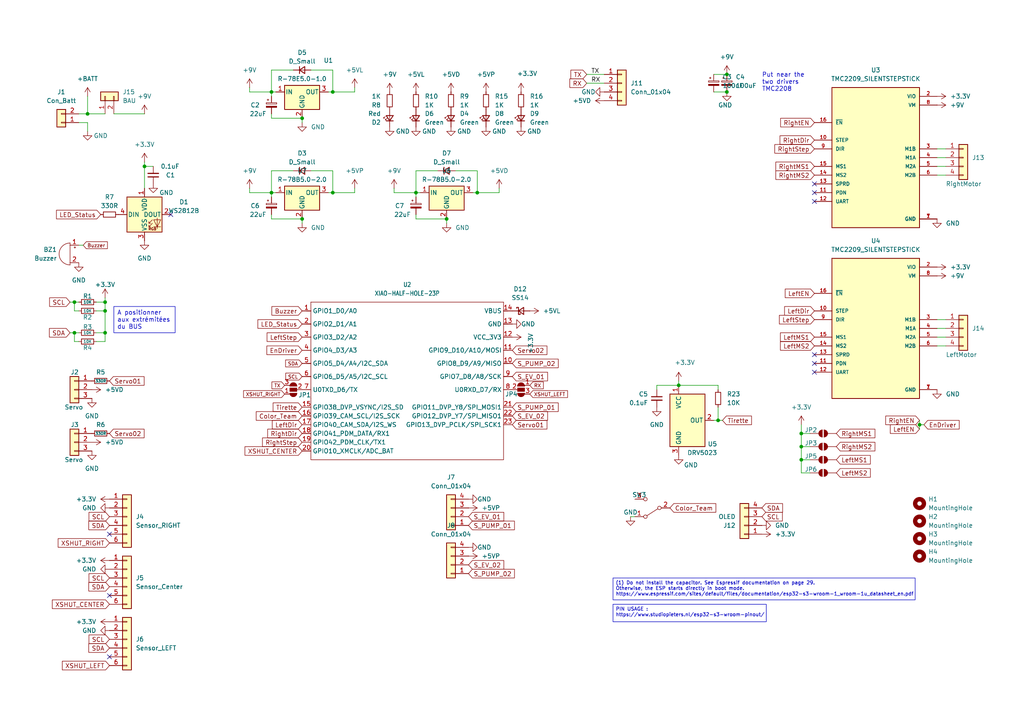
<source format=kicad_sch>
(kicad_sch (version 20250114) (generator "eeschema") (generator_version "9.0")
  (paper "A4")
  (text "Put near the \ntwo drivers\nTMC2208" (at 220.98 26.67 0) (effects (font (size 1.27 1.27)) (justify left bottom)))
  (text_box "PIN USAGE : https://www.studiopieters.nl/esp32-s3-wroom-pinout/" (at 177.8 175.26 0) (size 44.45 5.08) (margins 0.75 0.75 0.75 0.75) (effects (font (size 1 1)) (justify left top)))
  (text_box "A positionner aux extrémitées du BUS" (at 33.02 88.9 0) (size 17.78 7.62) (margins 0.9525 0.9525 0.9525 0.9525) (effects (font (size 1.27 1.27)) (justify left top)))
  (text_box "(1) Do not install the capacitor. See Espressif documentation on page 29.\nOtherwise, the ESP starts directly in boot mode.\nhttps://www.espressif.com/sites/default/files/documentation/esp32-s3-wroom-1_wroom-1u_datasheet_en.pdf" (at 177.8 167.64 0) (size 87.63 6.35) (margins 0.75 0.75 0.75 0.75) (effects (font (size 1 1)) (justify left top)))
  (junction (at 21.59 87.63))
  (junction (at 138.43 55.88))
  (junction (at 78.74 26.67))
  (junction (at 30.48 87.63))
  (junction (at 96.52 26.67))
  (junction (at 129.54 63.5))
  (junction (at 210.82 21.59))
  (junction (at 25.4 33.02))
  (junction (at 120.65 55.88))
  (junction (at 41.91 48.26))
  (junction (at 78.74 55.88))
  (junction (at 208.28 121.92))
  (junction (at 30.48 90.17))
  (junction (at 87.63 63.5))
  (junction (at 210.82 26.67))
  (junction (at 87.63 34.29))
  (junction (at 96.52 55.88))
  (junction (at 232.41 125.73))
  (junction (at 21.59 96.52))
  (junction (at 196.85 111.76))
  (junction (at 232.41 133.35))
  (junction (at 30.48 96.52))
  (junction (at 266.7 123.19))
  (junction (at 232.41 129.54))
  (no_connect (at 236.22 105.41))
  (no_connect (at 236.22 58.42))
  (no_connect (at 31.75 190.5))
  (no_connect (at 236.22 55.88))
  (no_connect (at 31.75 154.94))
  (no_connect (at 236.22 53.34))
  (no_connect (at 49.53 62.23))
  (no_connect (at 236.22 107.95))
  (no_connect (at 31.75 172.72))
  (no_connect (at 236.22 102.87))
  (wire (pts (xy 96.52 20.32) (xy 96.52 26.67)))
  (wire (pts (xy 30.48 87.63) (xy 30.48 90.17)))
  (wire (pts (xy 114.3 55.88) (xy 120.65 55.88)))
  (wire (pts (xy 266.7 123.19) (xy 266.7 124.46)))
  (wire (pts (xy 144.78 55.88) (xy 144.78 54.61)))
  (wire (pts (xy 232.41 125.73) (xy 234.95 125.73)))
  (wire (pts (xy 90.17 20.32) (xy 96.52 20.32)))
  (wire (pts (xy 102.87 55.88) (xy 102.87 54.61)))
  (wire (pts (xy 196.85 110.49) (xy 196.85 111.76)))
  (wire (pts (xy 208.28 113.03) (xy 208.28 111.76)))
  (wire (pts (xy 138.43 49.53) (xy 138.43 55.88)))
  (wire (pts (xy 138.43 55.88) (xy 144.78 55.88)))
  (wire (pts (xy 232.41 133.35) (xy 232.41 137.16)))
  (wire (pts (xy 21.59 90.17) (xy 21.59 87.63)))
  (wire (pts (xy 22.86 99.06) (xy 21.59 99.06)))
  (wire (pts (xy 78.74 55.88) (xy 78.74 57.15)))
  (wire (pts (xy 72.39 54.61) (xy 72.39 55.88)))
  (wire (pts (xy 78.74 55.88) (xy 80.01 55.88)))
  (wire (pts (xy 207.01 26.67) (xy 210.82 26.67)))
  (wire (pts (xy 78.74 26.67) (xy 78.74 27.94)))
  (wire (pts (xy 41.91 46.99) (xy 41.91 48.26)))
  (wire (pts (xy 271.78 95.25) (xy 274.32 95.25)))
  (wire (pts (xy 85.09 20.32) (xy 78.74 20.32)))
  (wire (pts (xy 207.01 21.59) (xy 210.82 21.59)))
  (wire (pts (xy 22.86 71.12) (xy 24.13 71.12)))
  (wire (pts (xy 271.78 45.72) (xy 274.32 45.72)))
  (wire (pts (xy 271.78 92.71) (xy 274.32 92.71)))
  (wire (pts (xy 41.91 48.26) (xy 44.45 48.26)))
  (wire (pts (xy 25.4 33.02) (xy 30.48 33.02)))
  (wire (pts (xy 182.88 149.86) (xy 184.15 149.86)))
  (wire (pts (xy 96.52 55.88) (xy 102.87 55.88)))
  (wire (pts (xy 22.86 90.17) (xy 21.59 90.17)))
  (wire (pts (xy 114.3 54.61) (xy 114.3 55.88)))
  (wire (pts (xy 20.32 96.52) (xy 21.59 96.52)))
  (wire (pts (xy 234.95 129.54) (xy 232.41 129.54)))
  (wire (pts (xy 127 49.53) (xy 120.65 49.53)))
  (wire (pts (xy 232.41 129.54) (xy 232.41 125.73)))
  (wire (pts (xy 30.48 90.17) (xy 30.48 96.52)))
  (wire (pts (xy 209.55 121.92) (xy 208.28 121.92)))
  (wire (pts (xy 30.48 99.06) (xy 30.48 96.52)))
  (wire (pts (xy 208.28 118.11) (xy 208.28 121.92)))
  (wire (pts (xy 72.39 25.4) (xy 72.39 26.67)))
  (wire (pts (xy 87.63 63.5) (xy 87.63 64.77)))
  (wire (pts (xy 120.65 55.88) (xy 121.92 55.88)))
  (wire (pts (xy 78.74 62.23) (xy 78.74 63.5)))
  (wire (pts (xy 132.08 49.53) (xy 138.43 49.53)))
  (wire (pts (xy 266.7 123.19) (xy 267.97 123.19)))
  (wire (pts (xy 96.52 26.67) (xy 102.87 26.67)))
  (wire (pts (xy 22.86 33.02) (xy 25.4 33.02)))
  (wire (pts (xy 232.41 133.35) (xy 234.95 133.35)))
  (wire (pts (xy 41.91 48.26) (xy 41.91 54.61)))
  (wire (pts (xy 90.17 49.53) (xy 96.52 49.53)))
  (wire (pts (xy 271.78 97.79) (xy 274.32 97.79)))
  (wire (pts (xy 25.4 35.56) (xy 25.4 38.1)))
  (wire (pts (xy 271.78 100.33) (xy 274.32 100.33)))
  (wire (pts (xy 102.87 26.67) (xy 102.87 25.4)))
  (wire (pts (xy 78.74 49.53) (xy 78.74 55.88)))
  (wire (pts (xy 27.94 90.17) (xy 30.48 90.17)))
  (wire (pts (xy 170.18 21.59) (xy 175.26 21.59)))
  (wire (pts (xy 27.94 96.52) (xy 30.48 96.52)))
  (wire (pts (xy 87.63 34.29) (xy 87.63 35.56)))
  (wire (pts (xy 25.4 35.56) (xy 22.86 35.56)))
  (wire (pts (xy 170.18 24.13) (xy 175.26 24.13)))
  (wire (pts (xy 95.25 26.67) (xy 96.52 26.67)))
  (wire (pts (xy 72.39 55.88) (xy 78.74 55.88)))
  (wire (pts (xy 232.41 125.73) (xy 232.41 123.19)))
  (wire (pts (xy 30.48 86.36) (xy 30.48 87.63)))
  (wire (pts (xy 232.41 129.54) (xy 232.41 133.35)))
  (wire (pts (xy 234.95 137.16) (xy 232.41 137.16)))
  (wire (pts (xy 120.65 63.5) (xy 129.54 63.5)))
  (wire (pts (xy 78.74 34.29) (xy 87.63 34.29)))
  (wire (pts (xy 190.5 111.76) (xy 190.5 113.03)))
  (wire (pts (xy 120.65 62.23) (xy 120.65 63.5)))
  (wire (pts (xy 271.78 48.26) (xy 274.32 48.26)))
  (wire (pts (xy 266.7 121.92) (xy 266.7 123.19)))
  (wire (pts (xy 21.59 96.52) (xy 22.86 96.52)))
  (wire (pts (xy 72.39 26.67) (xy 78.74 26.67)))
  (wire (pts (xy 96.52 49.53) (xy 96.52 55.88)))
  (wire (pts (xy 190.5 111.76) (xy 196.85 111.76)))
  (wire (pts (xy 95.25 55.88) (xy 96.52 55.88)))
  (wire (pts (xy 78.74 33.02) (xy 78.74 34.29)))
  (wire (pts (xy 25.4 27.94) (xy 25.4 33.02)))
  (wire (pts (xy 120.65 49.53) (xy 120.65 55.88)))
  (wire (pts (xy 21.59 99.06) (xy 21.59 96.52)))
  (wire (pts (xy 20.32 87.63) (xy 21.59 87.63)))
  (wire (pts (xy 21.59 87.63) (xy 22.86 87.63)))
  (wire (pts (xy 129.54 63.5) (xy 129.54 64.77)))
  (wire (pts (xy 85.09 49.53) (xy 78.74 49.53)))
  (wire (pts (xy 78.74 20.32) (xy 78.74 26.67)))
  (wire (pts (xy 196.85 111.76) (xy 208.28 111.76)))
  (wire (pts (xy 27.94 87.63) (xy 30.48 87.63)))
  (wire (pts (xy 120.65 55.88) (xy 120.65 57.15)))
  (wire (pts (xy 208.28 121.92) (xy 207.01 121.92)))
  (wire (pts (xy 78.74 63.5) (xy 87.63 63.5)))
  (wire (pts (xy 271.78 50.8) (xy 274.32 50.8)))
  (wire (pts (xy 271.78 43.18) (xy 274.32 43.18)))
  (wire (pts (xy 27.94 99.06) (xy 30.48 99.06)))
  (wire (pts (xy 41.91 33.02) (xy 33.02 33.02)))
  (wire (pts (xy 78.74 26.67) (xy 80.01 26.67)))
  (wire (pts (xy 137.16 55.88) (xy 138.43 55.88)))
  (label "TX" (at 171.45 21.59 0))
  (label "RX" (at 171.45 24.13 0))
  (global_label "EnDriver" (shape input) (at 87.63 101.6 180) (property "Intersheetrefs" "${INTERSHEET_REFS}" (effects (hide yes))))
  (global_label "LeftEN" (shape input) (at 266.7 124.46 180) (property "Intersheetrefs" "${INTERSHEET_REFS}" (effects (hide yes))))
  (global_label "S_PUMP_02" (shape input) (at 135.89 166.37 0) (property "Intersheetrefs" "${INTERSHEET_REFS}" (effects (hide yes))))
  (global_label "SDA" (shape input) (at 220.98 147.32 0) (property "Intersheetrefs" "${INTERSHEET_REFS}" (effects (hide yes))))
  (global_label "Servo02" (shape input) (at 148.59 101.6 0) (property "Intersheetrefs" "${INTERSHEET_REFS}" (effects (hide yes))))
  (global_label "Servo02" (shape input) (at 31.75 125.73 0) (property "Intersheetrefs" "${INTERSHEET_REFS}" (effects (hide yes))))
  (global_label "SDA" (shape input) (at 20.32 96.52 180) (property "Intersheetrefs" "${INTERSHEET_REFS}" (effects (hide yes))))
  (global_label "LED_Status" (shape input) (at 29.21 62.23 180) (property "Intersheetrefs" "${INTERSHEET_REFS}" (effects (hide yes))))
  (global_label "RightMS1" (shape input) (at 236.22 48.26 180) (property "Intersheetrefs" "${INTERSHEET_REFS}" (effects (hide yes))))
  (global_label "LeftEN" (shape input) (at 236.22 85.09 180) (property "Intersheetrefs" "${INTERSHEET_REFS}" (effects (hide yes))))
  (global_label "S_PUMP_01" (shape input) (at 148.59 118.11 0) (property "Intersheetrefs" "${INTERSHEET_REFS}" (effects (hide yes))))
  (global_label "LeftDir" (shape input) (at 236.22 90.17 180) (property "Intersheetrefs" "${INTERSHEET_REFS}" (effects (hide yes))))
  (global_label "S_EV_02" (shape input) (at 148.59 120.65 0) (property "Intersheetrefs" "${INTERSHEET_REFS}" (effects (hide yes))))
  (global_label "Servo01" (shape input) (at 31.75 110.49 0) (property "Intersheetrefs" "${INTERSHEET_REFS}" (effects (hide yes))))
  (global_label "TX" (shape input) (at 82.55 111.76 180) (effects (font (size 1.016 1.016))) (property "Intersheetrefs" "${INTERSHEET_REFS}" (effects (hide yes))))
  (global_label "LeftMS2" (shape input) (at 236.22 100.33 180) (property "Intersheetrefs" "${INTERSHEET_REFS}" (effects (hide yes))))
  (global_label "SCL" (shape input) (at 20.32 87.63 180) (property "Intersheetrefs" "${INTERSHEET_REFS}" (effects (hide yes))))
  (global_label "RightEN" (shape input) (at 236.22 35.56 180) (property "Intersheetrefs" "${INTERSHEET_REFS}" (effects (hide yes))))
  (global_label "SCL" (shape input) (at 31.75 167.64 180) (property "Intersheetrefs" "${INTERSHEET_REFS}" (effects (hide yes))))
  (global_label "RightMS1" (shape input) (at 242.57 125.73 0) (property "Intersheetrefs" "${INTERSHEET_REFS}" (effects (hide yes))))
  (global_label "SCL" (shape input) (at 87.63 109.22 180) (effects (font (size 1.016 1.016))) (property "Intersheetrefs" "${INTERSHEET_REFS}" (effects (hide yes))))
  (global_label "S_PUMP_02" (shape input) (at 148.59 105.41 0) (property "Intersheetrefs" "${INTERSHEET_REFS}" (effects (hide yes))))
  (global_label "SDA" (shape input) (at 31.75 187.96 180) (property "Intersheetrefs" "${INTERSHEET_REFS}" (effects (hide yes))))
  (global_label "Tirette" (shape input) (at 87.63 118.11 180) (property "Intersheetrefs" "${INTERSHEET_REFS}" (effects (hide yes))))
  (global_label "RightMS2" (shape input) (at 242.57 129.54 0) (property "Intersheetrefs" "${INTERSHEET_REFS}" (effects (hide yes))))
  (global_label "EnDriver" (shape input) (at 267.97 123.19 0) (property "Intersheetrefs" "${INTERSHEET_REFS}" (effects (hide yes))))
  (global_label "XSHUT_RIGHT" (shape input) (at 82.55 114.3 180) (effects (font (size 1.016 1.016))) (property "Intersheetrefs" "${INTERSHEET_REFS}" (effects (hide yes))))
  (global_label "XSHUT_LEFT" (shape input) (at 31.75 193.04 180) (property "Intersheetrefs" "${INTERSHEET_REFS}" (effects (hide yes))))
  (global_label "SDA" (shape input) (at 31.75 170.18 180) (property "Intersheetrefs" "${INTERSHEET_REFS}" (effects (hide yes))))
  (global_label "SCL" (shape input) (at 31.75 149.86 180) (property "Intersheetrefs" "${INTERSHEET_REFS}" (effects (hide yes))))
  (global_label "XSHUT_RIGHT" (shape input) (at 31.75 157.48 180) (property "Intersheetrefs" "${INTERSHEET_REFS}" (effects (hide yes))))
  (global_label "LeftStep" (shape input) (at 236.22 92.71 180) (property "Intersheetrefs" "${INTERSHEET_REFS}" (effects (hide yes))))
  (global_label "RX" (shape input) (at 153.67 111.76 0) (effects (font (size 1.016 1.016))) (property "Intersheetrefs" "${INTERSHEET_REFS}" (effects (hide yes))))
  (global_label "RightMS2" (shape input) (at 236.22 50.8 180) (property "Intersheetrefs" "${INTERSHEET_REFS}" (effects (hide yes))))
  (global_label "LeftMS1" (shape input) (at 242.57 133.35 0) (property "Intersheetrefs" "${INTERSHEET_REFS}" (effects (hide yes))))
  (global_label "RightEN" (shape input) (at 266.7 121.92 180) (property "Intersheetrefs" "${INTERSHEET_REFS}" (effects (hide yes))))
  (global_label "S_PUMP_01" (shape input) (at 135.89 152.4 0) (property "Intersheetrefs" "${INTERSHEET_REFS}" (effects (hide yes))))
  (global_label "LeftStep" (shape input) (at 87.63 97.79 180) (property "Intersheetrefs" "${INTERSHEET_REFS}" (effects (hide yes))))
  (global_label "LeftMS2" (shape input) (at 242.57 137.16 0) (property "Intersheetrefs" "${INTERSHEET_REFS}" (effects (hide yes))))
  (global_label "XSHUT_CENTER" (shape input) (at 87.63 130.81 180) (property "Intersheetrefs" "${INTERSHEET_REFS}" (effects (hide yes))))
  (global_label "SCL" (shape input) (at 220.98 149.86 0) (property "Intersheetrefs" "${INTERSHEET_REFS}" (effects (hide yes))))
  (global_label "RightStep" (shape input) (at 87.63 128.27 180) (property "Intersheetrefs" "${INTERSHEET_REFS}" (effects (hide yes))))
  (global_label "RightDir" (shape input) (at 87.63 125.73 180) (property "Intersheetrefs" "${INTERSHEET_REFS}" (effects (hide yes))))
  (global_label "Servo01" (shape input) (at 148.59 123.19 0) (property "Intersheetrefs" "${INTERSHEET_REFS}" (effects (hide yes))))
  (global_label "RightDir" (shape input) (at 236.22 40.64 180) (property "Intersheetrefs" "${INTERSHEET_REFS}" (effects (hide yes))))
  (global_label "LeftDir" (shape input) (at 87.63 123.19 180) (property "Intersheetrefs" "${INTERSHEET_REFS}" (effects (hide yes))))
  (global_label "XSHUT_LEFT" (shape input) (at 153.67 114.3 0) (effects (font (size 1.016 1.016))) (property "Intersheetrefs" "${INTERSHEET_REFS}" (effects (hide yes))))
  (global_label "Buzzer" (shape input) (at 87.63 90.17 180) (property "Intersheetrefs" "${INTERSHEET_REFS}" (effects (hide yes))))
  (global_label "SCL" (shape input) (at 31.75 185.42 180) (property "Intersheetrefs" "${INTERSHEET_REFS}" (effects (hide yes))))
  (global_label "LED_Status" (shape input) (at 87.63 93.98 180) (property "Intersheetrefs" "${INTERSHEET_REFS}" (effects (hide yes))))
  (global_label "S_EV_02" (shape input) (at 135.89 163.83 0) (property "Intersheetrefs" "${INTERSHEET_REFS}" (effects (hide yes))))
  (global_label "S_EV_01" (shape input) (at 135.89 149.86 0) (property "Intersheetrefs" "${INTERSHEET_REFS}" (effects (hide yes))))
  (global_label "Buzzer" (shape input) (at 24.13 71.12 0) (effects (font (size 1.016 1.016))) (property "Intersheetrefs" "${INTERSHEET_REFS}" (effects (hide yes))))
  (global_label "Tirette" (shape input) (at 209.55 121.92 0) (property "Intersheetrefs" "${INTERSHEET_REFS}" (effects (hide yes))))
  (global_label "Color_Team" (shape input) (at 87.63 120.65 180) (property "Intersheetrefs" "${INTERSHEET_REFS}" (effects (hide yes))))
  (global_label "RightStep" (shape input) (at 236.22 43.18 180) (property "Intersheetrefs" "${INTERSHEET_REFS}" (effects (hide yes))))
  (global_label "LeftMS1" (shape input) (at 236.22 97.79 180) (property "Intersheetrefs" "${INTERSHEET_REFS}" (effects (hide yes))))
  (global_label "S_EV_01" (shape input) (at 148.59 109.22 0) (property "Intersheetrefs" "${INTERSHEET_REFS}" (effects (hide yes))))
  (global_label "SDA" (shape input) (at 31.75 152.4 180) (property "Intersheetrefs" "${INTERSHEET_REFS}" (effects (hide yes))))
  (global_label "Color_Team" (shape input) (at 194.31 147.32 0) (property "Intersheetrefs" "${INTERSHEET_REFS}" (effects (hide yes))))
  (global_label "RX" (shape input) (at 170.18 24.13 180) (property "Intersheetrefs" "${INTERSHEET_REFS}" (effects (hide yes))))
  (global_label "XSHUT_CENTER" (shape input) (at 31.75 175.26 180) (property "Intersheetrefs" "${INTERSHEET_REFS}" (effects (hide yes))))
  (global_label "TX" (shape input) (at 170.18 21.59 180) (property "Intersheetrefs" "${INTERSHEET_REFS}" (effects (hide yes))))
  (global_label "SDA" (shape input) (at 87.63 105.41 180) (effects (font (size 1.016 1.016))) (property "Intersheetrefs" "${INTERSHEET_REFS}" (effects (hide yes))))
  (symbol (lib_id "Jumper:SolderJumper_3_Open") (at 151.13 113.03 270) (unit 1) (in_bom no)
    (property "Reference" "JP4" (at 148.336 114.3 90))
    (property "Value" "SolderJumper_3_Open" (effects (hide yes)))
    (property "Footprint" "Jumper:SolderJumper-3_P1.3mm_Open_RoundedPad1.0x1.5mm_NumberLabels" (effects (hide yes)))
    (property "Description" "Solder Jumper, 3-pole, open" (effects (hide yes)))
  )
  (symbol (lib_id "Mechanical:MountingHole") (at 266.7 146.05 0) (unit 1)
    (property "Reference" "H1" (at 269.24 144.78 0) (effects (justify left)))
    (property "Value" "MountingHole" (at 269.24 147.32 0) (effects (justify left)))
    (property "Footprint" "MountingHole:MountingHole_3.2mm_M3" (effects (hide yes)))
  )
  (symbol (lib_id "power:+5VP") (at 102.87 54.61 0) (unit 1)
    (property "Reference" "#PWR031" (effects (hide yes)))
    (property "Value" "+5VP" (at 102.87 49.53 0))
    (property "Description" "Power symbol creates a global label with name \"+5VP\"" (effects (hide yes)))
  )
  (symbol (lib_id "power:+3.3V") (at 271.78 27.94 270) (unit 1)
    (property "Reference" "#PWR055" (effects (hide yes)))
    (property "Value" "+3.3V" (at 275.59 27.9399 90) (effects (justify left)))
  )
  (symbol (lib_id "power:GND") (at 87.63 64.77 0) (unit 1)
    (property "Reference" "#PWR023" (effects (hide yes)))
    (property "Value" "GND" (at 90.17 66.0399 0) (effects (justify left)))
  )
  (symbol (lib_id "power:GND") (at 41.91 69.85 0) (unit 1)
    (property "Reference" "#PWR017" (effects (hide yes)))
    (property "Value" "GND" (at 41.91 74.93 0))
  )
  (symbol (lib_id "power:GND") (at 135.89 144.78 90) (unit 1)
    (property "Reference" "#PWR045" (effects (hide yes)))
    (property "Value" "GND" (at 138.43 144.78 90) (effects (justify right)))
  )
  (symbol (lib_id "power:+3.3V") (at 148.59 97.79 270) (unit 1)
    (property "Reference" "#PWR039" (effects (hide yes)))
    (property "Value" "+3.3V" (at 153.924 99.568 0))
  )
  (symbol (lib_id "power:GND") (at 271.78 63.5 0) (unit 1)
    (property "Reference" "#PWR056" (effects (hide yes)))
    (property "Value" "GND" (at 274.32 64.7699 0) (effects (justify left)))
  )
  (symbol (lib_id "Connector_Generic:Conn_01x02") (at 17.78 35.56 180) (unit 1)
    (property "Reference" "J1" (at 17.78 26.67 0))
    (property "Value" "Con_Batt" (at 17.78 29.21 0))
    (property "Footprint" "Connector_Molex:Molex_KK-254_AE-6410-02A_1x02_P2.54mm_Vertical" (effects (hide yes)))
  )
  (symbol (lib_id "Converter_DCDC:R-78B5.0-2.0") (at 129.54 55.88 0) (unit 1)
    (property "Reference" "U6" (at 129.54 49.53 0))
    (property "Value" "R-78B5.0-2.0" (at 129.54 52.07 0))
    (property "Footprint" "Converter_DCDC:Converter_DCDC_RECOM_R-78B-2.0_THT" (effects (hide yes)))
    (property "Datasheet" "https://www.recom-power.com/pdf/Innoline/R-78Bxx-2.0.pdf" (effects (hide yes)))
    (property "Description" "2A Step-Down DC/DC-Regulator, 6.5-32V input, 5.0V fixed Output Voltage, LM78xx replacement, -40°C to +85°C, SIP3" (effects (hide yes)))
  )
  (symbol (lib_id "Connector_Generic:Conn_01x04") (at 279.4 95.25 0) (unit 1)
    (property "Reference" "J14" (at 281.94 95.25 0) (effects (justify left)))
    (property "Value" "LeftMotor" (at 274.32 102.87 0) (effects (justify left)))
    (property "Footprint" "Connector_Molex:Molex_KK-254_AE-6410-04A_1x04_P2.54mm_Vertical" (effects (hide yes)))
  )
  (symbol (lib_name "TMC2209_SILENTSTEPSTICK_2") (lib_id "TMC2209_SILENTSTEPSTICK:TMC2209_SILENTSTEPSTICK") (at 254 45.72 0) (unit 1)
    (property "Reference" "U3" (at 254 20.32 0))
    (property "Value" "TMC2209_SILENTSTEPSTICK" (at 254 22.86 0))
    (property "Footprint" "TMC2209_SILENTSTEPSTICK:MODULE_TMC2209_SILENTSTEPSTICK" (effects (hide yes)))
    (property "MF" "Trinamic Motion Control GmbH" (effects (hide yes)))
    (property "Description_1" "\nTMC2209 Motor Controller/Driver Power Management Evaluation Board\n" (effects (hide yes)))
    (property "Package" "None" (effects (hide yes)))
    (property "Price" "None" (effects (hide yes)))
    (property "Check_prices" "https://www.snapeda.com/parts/TMC2209%20SILENTSTEPSTICK/Trinamic+Motion+Control+GmbH/view-part/?ref=eda" (effects (hide yes)))
    (property "STANDARD" "Manufacturer Recommendations" (effects (hide yes)))
    (property "PARTREV" "1.20" (effects (hide yes)))
    (property "SnapEDA_Link" "https://www.snapeda.com/parts/TMC2209%20SILENTSTEPSTICK/Trinamic+Motion+Control+GmbH/view-part/?ref=snap" (effects (hide yes)))
    (property "MP" "TMC2209 SILENTSTEPSTICK" (effects (hide yes)))
    (property "MANUFACTURER" "Trinamic Motion Control GmbH" (effects (hide yes)))
    (property "Availability" "In Stock" (effects (hide yes)))
    (property "SNAPEDA_PN" "TMC2209 SILENTSTEPSTICK" (effects (hide yes)))
  )
  (symbol (lib_id "power:GND") (at 210.82 26.67 0) (unit 1)
    (property "Reference" "#PWR050" (effects (hide yes)))
    (property "Value" "GND" (at 208.28 30.48 0) (effects (justify left)))
  )
  (symbol (lib_id "power:+3.3V") (at 31.75 162.56 90) (unit 1)
    (property "Reference" "#PWR011" (effects (hide yes)))
    (property "Value" "+3.3V" (at 27.94 162.56 90) (effects (justify left)))
  )
  (symbol (lib_id "Device:R_Small") (at 31.75 62.23 270) (unit 1)
    (property "Reference" "R7" (at 31.75 57.15 90))
    (property "Value" "330R" (at 31.75 59.69 90))
    (property "Footprint" "Resistor_SMD:R_1206_3216Metric_Pad1.30x1.75mm_HandSolder" (effects (hide yes)))
  )
  (symbol (lib_id "Connector_Generic:Conn_01x04") (at 180.34 24.13 0) (unit 1)
    (property "Reference" "J11" (at 182.88 24.1299 0) (effects (justify left)))
    (property "Value" "Conn_01x04" (at 182.88 26.6699 0) (effects (justify left)))
    (property "Footprint" "Connector_Molex:Molex_KK-254_AE-6410-04A_1x04_P2.54mm_Vertical" (effects (hide yes)))
    (property "Description" "Generic connector, single row, 01x04, script generated (kicad-library-utils/schlib/autogen/connector/)" (effects (hide yes)))
  )
  (symbol (lib_id "Connector_Generic:Conn_01x03") (at 21.59 128.27 0) (mirror y) (unit 1)
    (property "Reference" "J3" (at 22.86 123.19 0) (effects (justify left)))
    (property "Value" "Servo" (at 24.13 133.35 0) (effects (justify left)))
    (property "Footprint" "Connector_PinHeader_2.54mm:PinHeader_1x03_P2.54mm_Vertical" (effects (hide yes)))
  )
  (symbol (lib_id "Device:R_Small") (at 29.21 110.49 270) (mirror x) (unit 1)
    (property "Reference" "R5" (at 29.21 107.95 90))
    (property "Value" "330R" (at 29.21 110.49 90) (effects (font (size 0.8 0.8))))
    (property "Footprint" "Resistor_SMD:R_1206_3216Metric_Pad1.30x1.75mm_HandSolder" (effects (hide yes)))
  )
  (symbol (lib_id "power:+5VL") (at 102.87 25.4 0) (unit 1)
    (property "Reference" "#PWR025" (effects (hide yes)))
    (property "Value" "+5VL" (at 102.87 20.32 0))
    (property "Description" "Power symbol creates a global label with name \"+5VL\"" (effects (hide yes)))
  )
  (symbol (lib_id "Mechanical:MountingHole") (at 266.7 156.21 0) (unit 1)
    (property "Reference" "H3" (at 269.24 154.94 0) (effects (justify left)))
    (property "Value" "MountingHole" (at 269.24 157.48 0) (effects (justify left)))
    (property "Footprint" "MountingHole:MountingHole_3.2mm_M3" (effects (hide yes)))
  )
  (symbol (lib_id "Connector_Generic:Conn_01x02") (at 30.48 27.94 90) (unit 1)
    (property "Reference" "J15" (at 35.56 26.6699 90) (effects (justify right)))
    (property "Value" "BAU" (at 35.56 29.2099 90) (effects (justify right)))
    (property "Footprint" "Connector_Molex:Molex_KK-254_AE-6410-02A_1x02_P2.54mm_Vertical" (effects (hide yes)))
    (property "Description" "Generic connector, single row, 01x02, script generated (kicad-library-utils/schlib/autogen/connector/)" (effects (hide yes)))
  )
  (symbol (lib_id "Device:R_Small") (at 25.4 90.17 270) (mirror x) (unit 1)
    (property "Reference" "R2" (at 25.3862 92.019 90))
    (property "Value" "10K" (at 25.4 90.17 90) (effects (font (size 0.8 0.8))))
    (property "Footprint" "Resistor_SMD:R_1206_3216Metric_Pad1.30x1.75mm_HandSolder" (effects (hide yes)))
  )
  (symbol (lib_id "power:GND") (at 25.4 38.1 0) (unit 1)
    (property "Reference" "#PWR03" (effects (hide yes)))
    (property "Value" "GND" (at 29.21 39.37 0))
  )
  (symbol (lib_id "Device:D_Small") (at 129.54 49.53 0) (unit 1)
    (property "Reference" "D7" (at 129.54 44.45 0))
    (property "Value" "D_Small" (at 129.54 46.99 0))
    (property "Footprint" "Diode_SMD:D_SMA_Handsoldering" (effects (hide yes)))
  )
  (symbol (lib_id "power:+3.3V") (at 31.75 180.34 90) (unit 1)
    (property "Reference" "#PWR013" (effects (hide yes)))
    (property "Value" "+3.3V" (at 27.94 180.34 90) (effects (justify left)))
  )
  (symbol (lib_id "power:+5VL") (at 120.65 26.67 0) (unit 1)
    (property "Reference" "#PWR030" (effects (hide yes)))
    (property "Value" "+5VL" (at 120.65 21.59 0))
    (property "Description" "Power symbol creates a global label with name \"+5VL\"" (effects (hide yes)))
  )
  (symbol (lib_id "power:GND") (at 31.75 182.88 270) (mirror x) (unit 1)
    (property "Reference" "#PWR014" (effects (hide yes)))
    (property "Value" "GND" (at 27.94 182.8799 90) (effects (justify right)))
  )
  (symbol (lib_id "power:+3.3V") (at 31.75 144.78 90) (unit 1)
    (property "Reference" "#PWR09" (effects (hide yes)))
    (property "Value" "+3.3V" (at 27.94 144.78 90) (effects (justify left)))
  )
  (symbol (lib_id "Connector_Generic:Conn_01x03") (at 21.59 113.03 0) (mirror y) (unit 1)
    (property "Reference" "J2" (at 22.86 107.95 0) (effects (justify left)))
    (property "Value" "Servo" (at 24.13 118.11 0) (effects (justify left)))
    (property "Footprint" "Connector_PinHeader_2.54mm:PinHeader_1x03_P2.54mm_Vertical" (effects (hide yes)))
  )
  (symbol (lib_id "Regulator_Switching:R-78E3.3-1.0") (at 87.63 26.67 0) (unit 1)
    (property "Reference" "U1" (at 95.25 17.526 0))
    (property "Value" "R-78E5.0-1.0" (at 87.63 22.86 0))
    (property "Footprint" "Converter_DCDC:Converter_DCDC_RECOM_R-78E-0.5_THT" (effects (hide yes)))
    (property "Datasheet" "https://www.recom-power.com/pdf/Innoline/R-78Exx-1.0.pdf" (effects (hide yes)))
    (property "Description" "1A Step-Down DC/DC-Regulator, 6-28V input, 3.3V fixed Output Voltage, LM78xx replacement, -40°C to +85°C, SIP3" (effects (hide yes)))
  )
  (symbol (lib_id "power:GND") (at 26.67 130.81 0) (mirror y) (unit 1)
    (property "Reference" "#PWR07" (effects (hide yes)))
    (property "Value" "GND" (at 26.67 135.89 0))
  )
  (symbol (lib_name "TMC2209_SILENTSTEPSTICK_2") (lib_id "TMC2209_SILENTSTEPSTICK:TMC2209_SILENTSTEPSTICK") (at 254 95.25 0) (unit 1)
    (property "Reference" "U4" (at 254 69.85 0))
    (property "Value" "TMC2209_SILENTSTEPSTICK" (at 254 72.39 0))
    (property "Footprint" "TMC2209_SILENTSTEPSTICK:MODULE_TMC2209_SILENTSTEPSTICK" (effects (hide yes)))
    (property "MF" "Trinamic Motion Control GmbH" (effects (hide yes)))
    (property "Description_1" "\nTMC2209 Motor Controller/Driver Power Management Evaluation Board\n" (effects (hide yes)))
    (property "Package" "None" (effects (hide yes)))
    (property "Price" "None" (effects (hide yes)))
    (property "Check_prices" "https://www.snapeda.com/parts/TMC2209%20SILENTSTEPSTICK/Trinamic+Motion+Control+GmbH/view-part/?ref=eda" (effects (hide yes)))
    (property "STANDARD" "Manufacturer Recommendations" (effects (hide yes)))
    (property "PARTREV" "1.20" (effects (hide yes)))
    (property "SnapEDA_Link" "https://www.snapeda.com/parts/TMC2209%20SILENTSTEPSTICK/Trinamic+Motion+Control+GmbH/view-part/?ref=snap" (effects (hide yes)))
    (property "MP" "TMC2209 SILENTSTEPSTICK" (effects (hide yes)))
    (property "MANUFACTURER" "Trinamic Motion Control GmbH" (effects (hide yes)))
    (property "Availability" "In Stock" (effects (hide yes)))
    (property "SNAPEDA_PN" "TMC2209 SILENTSTEPSTICK" (effects (hide yes)))
  )
  (symbol (lib_id "power:+5VP") (at 135.89 147.32 270) (unit 1)
    (property "Reference" "#PWR04" (effects (hide yes)))
    (property "Value" "+5VP" (at 139.7 147.3199 90) (effects (justify left)))
    (property "Description" "Power symbol creates a global label with name \"+5VP\"" (effects (hide yes)))
  )
  (symbol (lib_id "Sensor_Magnetic:DRV5033AJxDBZ") (at 199.39 121.92 0) (unit 1)
    (property "Reference" "U5" (at 208.026 128.778 0) (effects (justify right)))
    (property "Value" "DRV5023" (at 208.026 131.318 0) (effects (justify right)))
    (property "Footprint" "Package_TO_SOT_SMD:SOT-23_Handsoldering" (effects (hide yes)))
  )
  (symbol (lib_id "power:+5VD") (at 175.26 29.21 90) (unit 1)
    (property "Reference" "#PWR046" (effects (hide yes)))
    (property "Value" "+5VD" (at 171.45 29.2099 90) (effects (justify left)))
    (property "Description" "Power symbol creates a global label with name \"+5VD\"" (effects (hide yes)))
  )
  (symbol (lib_id "Jumper:SolderJumper_2_Open") (at 238.76 125.73 0) (unit 1) (in_bom no)
    (property "Reference" "JP2" (at 235.204 124.714 0))
    (property "Value" "SolderJumper_2_Open" (effects (hide yes)))
    (property "Footprint" "Jumper:SolderJumper-2_P1.3mm_Open_RoundedPad1.0x1.5mm" (effects (hide yes)))
    (property "Description" "Solder Jumper, 2-pole, open" (effects (hide yes)))
  )
  (symbol (lib_id "Device:D_Small") (at 87.63 49.53 0) (unit 1)
    (property "Reference" "D3" (at 87.63 44.45 0))
    (property "Value" "D_Small" (at 87.63 46.99 0))
    (property "Footprint" "Diode_SMD:D_SMA_Handsoldering" (effects (hide yes)))
  )
  (symbol (lib_id "power:+3.3V") (at 41.91 46.99 0) (unit 1)
    (property "Reference" "#PWR016" (effects (hide yes)))
    (property "Value" "+3.3V" (at 41.91 41.91 0))
  )
  (symbol (lib_id "Device:C_Polarized_Small") (at 210.82 24.13 0) (unit 1)
    (property "Reference" "C4" (at 213.36 22.3139 0) (effects (justify left)))
    (property "Value" "100uF" (at 213.36 24.8539 0) (effects (justify left)))
    (property "Footprint" "Capacitor_THT:CP_Radial_D8.0mm_P3.50mm" (effects (hide yes)))
    (property "Datasheet" "https://fr.rs-online.com/web/p/condensateurs-electrolytiques-aluminium/7060582" (effects (hide yes)))
  )
  (symbol (lib_id "power:GND") (at 175.26 26.67 270) (unit 1)
    (property "Reference" "#PWR047" (effects (hide yes)))
    (property "Value" "GND" (at 172.72 26.67 90) (effects (justify right)))
  )
  (symbol (lib_id "power:GND") (at 182.88 149.86 0) (unit 1)
    (property "Reference" "#PWR052" (effects (hide yes)))
    (property "Value" "GND" (at 182.88 148.59 0))
  )
  (symbol (lib_id "Connector_Generic:Conn_01x04") (at 130.81 163.83 180) (unit 1)
    (property "Reference" "J8" (at 130.81 152.4 0))
    (property "Value" "Conn_01x04" (at 130.81 154.94 0))
    (property "Footprint" "Connector_Molex:Molex_KK-254_AE-6410-04A_1x04_P2.54mm_Vertical" (effects (hide yes)))
    (property "Description" "Generic connector, single row, 01x04, script generated (kicad-library-utils/schlib/autogen/connector/)" (effects (hide yes)))
  )
  (symbol (lib_id "power:GND") (at 140.97 36.83 0) (unit 1)
    (property "Reference" "#PWR033" (effects (hide yes)))
    (property "Value" "GND" (at 144.78 38.1 0))
  )
  (symbol (lib_id "power:GND") (at 196.85 132.08 0) (unit 1)
    (property "Reference" "#PWR063" (effects (hide yes)))
    (property "Value" "GND" (at 200.406 134.874 0))
  )
  (symbol (lib_id "Mechanical:MountingHole") (at 266.7 151.13 0) (unit 1)
    (property "Reference" "H2" (at 269.24 149.86 0) (effects (justify left)))
    (property "Value" "MountingHole" (at 269.24 152.4 0) (effects (justify left)))
    (property "Footprint" "MountingHole:MountingHole_3.2mm_M3" (effects (hide yes)))
  )
  (symbol (lib_id "power:GND") (at 148.59 93.98 90) (unit 1)
    (property "Reference" "#PWR038" (effects (hide yes)))
    (property "Value" "GND" (at 151.13 93.98 90) (effects (justify right)))
  )
  (symbol (lib_id "power:+3.3V") (at 151.13 26.67 0) (unit 1)
    (property "Reference" "#PWR034" (effects (hide yes)))
    (property "Value" "+3.3V" (at 152.908 21.336 0))
  )
  (symbol (lib_id "Connector_Generic:Conn_01x04") (at 279.4 45.72 0) (unit 1)
    (property "Reference" "J13" (at 281.94 45.72 0) (effects (justify left)))
    (property "Value" "RightMotor" (at 274.32 53.34 0) (effects (justify left)))
    (property "Footprint" "Connector_Molex:Molex_KK-254_AE-6410-04A_1x04_P2.54mm_Vertical" (effects (hide yes)))
  )
  (symbol (lib_id "power:GND") (at 87.63 35.56 0) (unit 1)
    (property "Reference" "#PWR024" (effects (hide yes)))
    (property "Value" "GND" (at 90.17 36.8299 0) (effects (justify left)))
  )
  (symbol (lib_id "Device:C_Small") (at 44.45 50.8 180) (unit 1)
    (property "Reference" "C1" (at 50.8 50.8 0) (effects (justify left)))
    (property "Value" "0.1uF" (at 52.07 48.26 0) (effects (justify left)))
    (property "Footprint" "Capacitor_SMD:C_1206_3216Metric" (effects (hide yes)))
  )
  (symbol (lib_id "Device:R_Small") (at 25.4 96.52 270) (mirror x) (unit 1)
    (property "Reference" "R3" (at 25.3998 94.8485 90))
    (property "Value" "10K" (at 25.4 96.52 90) (effects (font (size 0.8 0.8))))
    (property "Footprint" "Resistor_SMD:R_1206_3216Metric_Pad1.30x1.75mm_HandSolder" (effects (hide yes)))
  )
  (symbol (lib_id "Device:R_Small") (at 120.65 29.21 180) (unit 1)
    (property "Reference" "R10" (at 123.19 27.94 0) (effects (justify right)))
    (property "Value" "1K" (at 123.19 30.48 0) (effects (justify right)))
    (property "Footprint" "Resistor_SMD:R_1206_3216Metric_Pad1.30x1.75mm_HandSolder" (effects (hide yes)))
  )
  (symbol (lib_id "power:GND") (at 44.45 53.34 0) (unit 1)
    (property "Reference" "#PWR018" (effects (hide yes)))
    (property "Value" "GND" (at 48.26 55.88 0))
  )
  (symbol (lib_id "Device:R_Small") (at 25.4 99.06 270) (mirror x) (unit 1)
    (property "Reference" "R4" (at 25.3998 100.8749 90))
    (property "Value" "10K" (at 25.4 99.06 90) (effects (font (size 0.8 0.8))))
    (property "Footprint" "Resistor_SMD:R_1206_3216Metric_Pad1.30x1.75mm_HandSolder" (effects (hide yes)))
  )
  (symbol (lib_id "Converter_DCDC:R-78B5.0-2.0") (at 87.63 55.88 0) (unit 1)
    (property "Reference" "U7" (at 87.63 49.53 0))
    (property "Value" "R-78B5.0-2.0" (at 87.63 52.07 0))
    (property "Footprint" "Converter_DCDC:Converter_DCDC_RECOM_R-78B-2.0_THT" (effects (hide yes)))
    (property "Datasheet" "https://www.recom-power.com/pdf/Innoline/R-78Bxx-2.0.pdf" (effects (hide yes)))
    (property "Description" "2A Step-Down DC/DC-Regulator, 6.5-32V input, 5.0V fixed Output Voltage, LM78xx replacement, -40°C to +85°C, SIP3" (effects (hide yes)))
  )
  (symbol (lib_id "power:GND") (at 120.65 36.83 0) (unit 1)
    (property "Reference" "#PWR029" (effects (hide yes)))
    (property "Value" "GND" (at 124.46 38.1 0))
  )
  (symbol (lib_id "Device:CP_Small") (at 78.74 59.69 0) (unit 1)
    (property "Reference" "C6" (at 72.644 59.69 0) (effects (justify left)))
    (property "Value" "22uF" (at 72.39 62.23 0) (effects (justify left)))
    (property "Footprint" "Capacitor_SMD:CP_Elec_5x5.4" (effects (hide yes)))
  )
  (symbol (lib_id "Device:R_Small") (at 113.03 29.21 180) (unit 1)
    (property "Reference" "R8" (at 110.49 30.48 0) (effects (justify left)))
    (property "Value" "1K" (at 110.49 27.94 0) (effects (justify left)))
    (property "Footprint" "Resistor_SMD:R_1206_3216Metric_Pad1.30x1.75mm_HandSolder" (effects (hide yes)))
  )
  (symbol (lib_id "power:+3.3V") (at 232.41 123.19 0) (unit 1)
    (property "Reference" "#PWR043" (effects (hide yes)))
    (property "Value" "+3.3V" (at 232.41 118.11 0))
  )
  (symbol (lib_id "power:GND") (at 31.75 147.32 270) (mirror x) (unit 1)
    (property "Reference" "#PWR010" (effects (hide yes)))
    (property "Value" "GND" (at 27.94 147.3199 90) (effects (justify right)))
  )
  (symbol (lib_id "power:+BATT") (at 25.4 27.94 0) (unit 1)
    (property "Reference" "#PWR02" (effects (hide yes)))
    (property "Value" "+BATT" (at 25.4 22.86 0))
  )
  (symbol (lib_id "power:+9V") (at 271.78 80.01 270) (unit 1)
    (property "Reference" "#PWR060" (effects (hide yes)))
    (property "Value" "+9V" (at 275.59 80.0099 90) (effects (justify left)))
    (property "Description" "Power symbol creates a global label with name \"+9V\"" (effects (hide yes)))
  )
  (symbol (lib_id "power:+5VP") (at 135.89 161.29 270) (unit 1)
    (property "Reference" "#PWR06" (effects (hide yes)))
    (property "Value" "+5VP" (at 139.7 161.2899 90) (effects (justify left)))
    (property "Description" "Power symbol creates a global label with name \"+5VP\"" (effects (hide yes)))
  )
  (symbol (lib_id "power:+3.3V") (at 271.78 77.47 270) (unit 1)
    (property "Reference" "#PWR057" (effects (hide yes)))
    (property "Value" "+3.3V" (at 275.59 77.4699 90) (effects (justify left)))
  )
  (symbol (lib_id "power:+9V") (at 72.39 25.4 0) (unit 1)
    (property "Reference" "#PWR021" (effects (hide yes)))
    (property "Value" "+9V" (at 72.39 20.32 0))
    (property "Description" "Power symbol creates a global label with name \"+9V\"" (effects (hide yes)))
  )
  (symbol (lib_id "power:+9V") (at 72.39 54.61 0) (unit 1)
    (property "Reference" "#PWR022" (effects (hide yes)))
    (property "Value" "+9V" (at 72.39 49.53 0))
    (property "Description" "Power symbol creates a global label with name \"+9V\"" (effects (hide yes)))
  )
  (symbol (lib_id "Switch:SW_SPDT") (at 189.23 147.32 180) (unit 1)
    (property "Reference" "SW3" (at 185.42 143.51 0))
    (property "Value" "SW_SPDT" (effects (hide yes)))
    (property "Footprint" "footprints:SK-12D10 1P2T" (effects (hide yes)))
  )
  (symbol (lib_id "Device:CP_Small") (at 120.65 59.69 0) (unit 1)
    (property "Reference" "C7" (at 114.554 59.69 0) (effects (justify left)))
    (property "Value" "22uF" (at 114.3 62.23 0) (effects (justify left)))
    (property "Footprint" "Capacitor_SMD:CP_Elec_5x5.4" (effects (hide yes)))
  )
  (symbol (lib_id "MOUDLE-SEEEDUINO-XIAO-ESP32S3-Plus:Module/XIAO-HALF-HOLE-23P") (at 111.76 101.6 0) (unit 1)
    (property "Reference" "U2" (at 118.11 82.55 0) (effects (font (size 1.27 1.0795))))
    (property "Value" "XIAO-HALF-HOLE-23P" (at 118.11 85.09 0) (effects (font (size 1.27 1.0795))))
    (property "Footprint" "xiao ESP32S3 Plus_PCB:MOUDLE23P-SMD-2.54-21X17.8MM.kicad_mod.kicad_sym" (effects (hide yes)))
    (property "Description" "XIAO-HALF-HOLE-23P" (effects (hide yes)))
    (property "SKU" "XIAO-HALF-HOLE-23P" (effects (hide yes)))
  )
  (symbol (lib_id "Device:R_Small") (at 140.97 29.21 180) (unit 1)
    (property "Reference" "R15" (at 143.51 27.94 0) (effects (justify right)))
    (property "Value" "1K" (at 143.51 30.48 0) (effects (justify right)))
    (property "Footprint" "Resistor_SMD:R_1206_3216Metric_Pad1.30x1.75mm_HandSolder" (effects (hide yes)))
  )
  (symbol (lib_id "power:+9V") (at 210.82 21.59 0) (unit 1)
    (property "Reference" "#PWR049" (effects (hide yes)))
    (property "Value" "+9V" (at 210.82 16.51 0))
    (property "Description" "Power symbol creates a global label with name \"+9V\"" (effects (hide yes)))
  )
  (symbol (lib_id "Device:D_Small") (at 87.63 20.32 0) (unit 1)
    (property "Reference" "D5" (at 87.63 15.24 0))
    (property "Value" "D_Small" (at 87.63 17.78 0))
    (property "Footprint" "Diode_SMD:D_SMA_Handsoldering" (effects (hide yes)))
  )
  (symbol (lib_id "power:+9V") (at 114.3 54.61 0) (unit 1)
    (property "Reference" "#PWR028" (effects (hide yes)))
    (property "Value" "+9V" (at 114.3 49.53 0))
    (property "Description" "Power symbol creates a global label with name \"+9V\"" (effects (hide yes)))
  )
  (symbol (lib_id "power:+5VD") (at 130.81 26.67 0) (unit 1)
    (property "Reference" "#PWR036" (effects (hide yes)))
    (property "Value" "+5VD" (at 130.81 21.59 0))
    (property "Description" "Power symbol creates a global label with name \"+5VD\"" (effects (hide yes)))
  )
  (symbol (lib_id "Device:LED_Small") (at 151.13 34.29 90) (unit 1)
    (property "Reference" "D9" (at 153.67 32.9565 90) (effects (justify right)))
    (property "Value" "Green" (at 153.67 35.4965 90) (effects (justify right)))
    (property "Footprint" "LED_SMD:LED_1206_3216Metric" (effects (hide yes)))
  )
  (symbol (lib_id "Device:R_Small") (at 25.4 87.63 270) (mirror x) (unit 1)
    (property "Reference" "R1" (at 25.3998 85.8974 90))
    (property "Value" "10K" (at 25.4 87.63 90) (effects (font (size 0.8 0.8))))
    (property "Footprint" "Resistor_SMD:R_1206_3216Metric_Pad1.30x1.75mm_HandSolder" (effects (hide yes)))
  )
  (symbol (lib_id "Device:C_Polarized_Small") (at 207.01 24.13 0) (unit 1)
    (property "Reference" "C3" (at 209.55 22.3139 0) (effects (justify left)))
    (property "Value" "100uF" (at 209.55 24.8539 0) (effects (justify left)))
    (property "Footprint" "Capacitor_THT:CP_Radial_D8.0mm_P3.50mm" (effects (hide yes)))
    (property "Datasheet" "https://fr.rs-online.com/web/p/condensateurs-electrolytiques-aluminium/7060582" (effects (hide yes)))
  )
  (symbol (lib_id "power:+9V") (at 271.78 30.48 270) (unit 1)
    (property "Reference" "#PWR059" (effects (hide yes)))
    (property "Value" "+9V" (at 275.59 30.4799 90) (effects (justify left)))
    (property "Description" "Power symbol creates a global label with name \"+9V\"" (effects (hide yes)))
  )
  (symbol (lib_id "power:GND") (at 129.54 64.77 0) (unit 1)
    (property "Reference" "#PWR037" (effects (hide yes)))
    (property "Value" "GND" (at 132.08 66.0399 0) (effects (justify left)))
  )
  (symbol (lib_id "power:+9V") (at 113.03 26.67 0) (unit 1)
    (property "Reference" "#PWR019" (effects (hide yes)))
    (property "Value" "+9V" (at 113.03 21.59 0))
    (property "Description" "Power symbol creates a global label with name \"+9V\"" (effects (hide yes)))
  )
  (symbol (lib_id "power:GND") (at 151.13 36.83 0) (unit 1)
    (property "Reference" "#PWR035" (effects (hide yes)))
    (property "Value" "GND" (at 154.94 38.1 0))
  )
  (symbol (lib_id "Mechanical:MountingHole") (at 266.7 161.29 0) (unit 1)
    (property "Reference" "H4" (at 269.24 160.02 0) (effects (justify left)))
    (property "Value" "MountingHole" (at 269.24 162.56 0) (effects (justify left)))
    (property "Footprint" "MountingHole:MountingHole_3.2mm_M3" (effects (hide yes)))
  )
  (symbol (lib_id "Jumper:SolderJumper_2_Open") (at 238.76 133.35 0) (unit 1) (in_bom no)
    (property "Reference" "JP5" (at 235.204 132.334 0))
    (property "Value" "SolderJumper_2_Open" (effects (hide yes)))
    (property "Footprint" "Jumper:SolderJumper-2_P1.3mm_Open_RoundedPad1.0x1.5mm" (effects (hide yes)))
    (property "Description" "Solder Jumper, 2-pole, open" (effects (hide yes)))
  )
  (symbol (lib_id "Device:D_Schottky_Small") (at 151.13 90.17 0) (unit 1)
    (property "Reference" "D12" (at 150.876 83.82 0))
    (property "Value" "SS14" (at 150.876 86.36 0))
    (property "Footprint" "Diode_SMD:D_SMA_Handsoldering" (effects (hide yes)))
    (property "Description" "Schottky diode, small symbol" (effects (hide yes)))
  )
  (symbol (lib_id "power:+3.3V") (at 30.48 86.36 0) (unit 1)
    (property "Reference" "#PWR08" (effects (hide yes)))
    (property "Value" "+3.3V" (at 30.48 82.55 0))
  )
  (symbol (lib_id "power:+5VD") (at 26.67 113.03 270) (unit 1)
    (property "Reference" "#PWR044" (effects (hide yes)))
    (property "Value" "+5VD" (at 30.48 113.0299 90) (effects (justify left)))
    (property "Description" "Power symbol creates a global label with name \"+5VD\"" (effects (hide yes)))
  )
  (symbol (lib_id "Device:R_Small") (at 130.81 29.21 180) (unit 1)
    (property "Reference" "R9" (at 133.35 27.94 0) (effects (justify right)))
    (property "Value" "1K" (at 133.35 30.48 0) (effects (justify right)))
    (property "Footprint" "Resistor_SMD:R_1206_3216Metric_Pad1.30x1.75mm_HandSolder" (effects (hide yes)))
  )
  (symbol (lib_id "power:+9V") (at 41.91 33.02 0) (unit 1)
    (property "Reference" "#PWR015" (effects (hide yes)))
    (property "Value" "+9V" (at 41.91 27.94 0))
    (property "Description" "Power symbol creates a global label with name \"+9V\"" (effects (hide yes)))
  )
  (symbol (lib_id "power:GND") (at 271.78 113.03 0) (unit 1)
    (property "Reference" "#PWR058" (effects (hide yes)))
    (property "Value" "GND" (at 274.32 114.2999 0) (effects (justify left)))
  )
  (symbol (lib_id "power:+3.3V") (at 196.85 110.49 0) (unit 1)
    (property "Reference" "#PWR048" (effects (hide yes)))
    (property "Value" "+3.3V" (at 198.628 105.156 0))
  )
  (symbol (lib_id "Connector_Generic:Conn_01x04") (at 130.81 149.86 180) (unit 1)
    (property "Reference" "J7" (at 130.81 138.43 0))
    (property "Value" "Conn_01x04" (at 130.81 140.97 0))
    (property "Footprint" "Connector_Molex:Molex_KK-254_AE-6410-04A_1x04_P2.54mm_Vertical" (effects (hide yes)))
    (property "Description" "Generic connector, single row, 01x04, script generated (kicad-library-utils/schlib/autogen/connector/)" (effects (hide yes)))
  )
  (symbol (lib_id "power:+5VD") (at 144.78 54.61 0) (unit 1)
    (property "Reference" "#PWR040" (effects (hide yes)))
    (property "Value" "+5VD" (at 144.78 49.53 0))
    (property "Description" "Power symbol creates a global label with name \"+5VD\"" (effects (hide yes)))
  )
  (symbol (lib_id "power:+3.3V") (at 220.98 154.94 270) (unit 1)
    (property "Reference" "#PWR053" (effects (hide yes)))
    (property "Value" "+3.3V" (at 224.79 154.94 90) (effects (justify left)))
  )
  (symbol (lib_id "power:GND") (at 130.81 36.83 0) (unit 1)
    (property "Reference" "#PWR027" (effects (hide yes)))
    (property "Value" "GND" (at 134.62 38.1 0))
  )
  (symbol (lib_id "Device:LED_Small") (at 120.65 34.29 90) (unit 1)
    (property "Reference" "D6" (at 123.19 32.9565 90) (effects (justify right)))
    (property "Value" "Green" (at 123.19 35.4965 90) (effects (justify right)))
    (property "Footprint" "LED_SMD:LED_1206_3216Metric" (effects (hide yes)))
  )
  (symbol (lib_id "Device:LED_Small") (at 113.03 34.29 90) (unit 1)
    (property "Reference" "D2" (at 110.49 35.4965 90) (effects (justify left)))
    (property "Value" "Red" (at 110.49 32.9565 90) (effects (justify left)))
    (property "Footprint" "LED_SMD:LED_1206_3216Metric" (effects (hide yes)))
  )
  (symbol (lib_id "power:+5VD") (at 26.67 128.27 270) (unit 1)
    (property "Reference" "#PWR041" (effects (hide yes)))
    (property "Value" "+5VD" (at 30.48 128.2699 90) (effects (justify left)))
    (property "Description" "Power symbol creates a global label with name \"+5VD\"" (effects (hide yes)))
  )
  (symbol (lib_id "LED:WS2812B") (at 41.91 62.23 0) (unit 1)
    (property "Reference" "D1" (at 53.34 58.5821 0))
    (property "Value" "WS2812B" (at 53.34 61.1221 0))
    (property "Footprint" "LED_SMD:LED_WS2812B_PLCC4_5.0x5.0mm_P3.2mm" (effects (hide yes)))
    (property "Datasheet" "https://cdn-shop.adafruit.com/datasheets/WS2812B.pdf" (effects (hide yes)))
  )
  (symbol (lib_id "Jumper:SolderJumper_3_Open") (at 85.09 113.03 90) (unit 1) (in_bom no)
    (property "Reference" "JP1" (at 88.392 114.554 90))
    (property "Value" "SolderJumper_3_Open" (effects (hide yes)))
    (property "Footprint" "Jumper:SolderJumper-3_P1.3mm_Open_RoundedPad1.0x1.5mm_NumberLabels" (effects (hide yes)))
    (property "Description" "Solder Jumper, 3-pole, open" (effects (hide yes)))
  )
  (symbol (lib_id "power:GND") (at 26.67 115.57 0) (mirror y) (unit 1)
    (property "Reference" "#PWR05" (effects (hide yes)))
    (property "Value" "GND" (at 26.67 120.65 0))
  )
  (symbol (lib_id "Device:C_Small") (at 190.5 115.57 0) (unit 1)
    (property "Reference" "C5" (at 187.96 114.3062 0) (effects (justify right)))
    (property "Value" "0.1uF" (at 187.96 116.8462 0) (effects (justify right)))
    (property "Footprint" "Capacitor_SMD:C_1206_3216Metric_Pad1.33x1.80mm_HandSolder" (effects (hide yes)))
  )
  (symbol (lib_id "power:+5VL") (at 153.67 90.17 270) (unit 1)
    (property "Reference" "#PWR026" (effects (hide yes)))
    (property "Value" "+5VL" (at 157.48 90.1699 90) (effects (justify left)))
    (property "Description" "Power symbol creates a global label with name \"+5VL\"" (effects (hide yes)))
  )
  (symbol (lib_id "Jumper:SolderJumper_2_Open") (at 238.76 129.54 0) (unit 1) (in_bom no)
    (property "Reference" "JP3" (at 235.204 128.524 0))
    (property "Value" "SolderJumper_2_Open" (effects (hide yes)))
    (property "Footprint" "Jumper:SolderJumper-2_P1.3mm_Open_RoundedPad1.0x1.5mm" (effects (hide yes)))
    (property "Description" "Solder Jumper, 2-pole, open" (effects (hide yes)))
  )
  (symbol (lib_id "Device:LED_Small") (at 140.97 34.29 90) (unit 1)
    (property "Reference" "D8" (at 143.51 32.9565 90) (effects (justify right)))
    (property "Value" "Green" (at 143.51 35.4965 90) (effects (justify right)))
    (property "Footprint" "LED_SMD:LED_1206_3216Metric" (effects (hide yes)))
  )
  (symbol (lib_id "power:+5VP") (at 140.97 26.67 0) (unit 1)
    (property "Reference" "#PWR032" (effects (hide yes)))
    (property "Value" "+5VP" (at 140.97 21.59 0))
    (property "Description" "Power symbol creates a global label with name \"+5VP\"" (effects (hide yes)))
  )
  (symbol (lib_id "power:GND") (at 220.98 152.4 90) (unit 1)
    (property "Reference" "#PWR054" (effects (hide yes)))
    (property "Value" "GND" (at 224.79 152.3999 90) (effects (justify right)))
  )
  (symbol (lib_id "Connector_Generic:Conn_01x04") (at 215.9 152.4 180) (unit 1)
    (property "Reference" "J12" (at 213.36 152.4 0) (effects (justify left)))
    (property "Value" "OLED" (at 213.36 149.86 0) (effects (justify left)))
    (property "Footprint" "Connector_Molex:Molex_KK-254_AE-6410-04A_1x04_P2.54mm_Vertical" (effects (hide yes)))
  )
  (symbol (lib_id "Device:R_Small") (at 151.13 29.21 180) (unit 1)
    (property "Reference" "R16" (at 153.67 27.94 0) (effects (justify right)))
    (property "Value" "1K" (at 153.67 30.48 0) (effects (justify right)))
    (property "Footprint" "Resistor_SMD:R_1206_3216Metric_Pad1.30x1.75mm_HandSolder" (effects (hide yes)))
  )
  (symbol (lib_id "Device:Buzzer") (at 20.32 73.66 0) (mirror y) (unit 1)
    (property "Reference" "BZ1" (at 16.51 72.39 0) (effects (justify left)))
    (property "Value" "Buzzer" (at 16.51 74.93 0) (effects (justify left)))
    (property "Footprint" "Buzzer_Beeper:Buzzer_12x9.5RM7.6" (effects (hide yes)))
  )
  (symbol (lib_id "Connector_Generic:Conn_01x06") (at 36.83 185.42 0) (unit 1)
    (property "Reference" "J6" (at 39.37 185.4199 0) (effects (justify left)))
    (property "Value" "Sensor_LEFT" (at 39.37 187.9599 0) (effects (justify left)))
    (property "Footprint" "Connector_Molex:Molex_KK-254_AE-6410-06A_1x06_P2.54mm_Vertical" (effects (hide yes)))
    (property "Description" "Generic connector, single row, 01x06, script generated (kicad-library-utils/schlib/autogen/connector/)" (effects (hide yes)))
  )
  (symbol (lib_id "Device:CP_Small") (at 78.74 30.48 0) (unit 1)
    (property "Reference" "C2" (at 72.644 30.48 0) (effects (justify left)))
    (property "Value" "22uF" (at 72.39 33.02 0) (effects (justify left)))
    (property "Footprint" "Capacitor_SMD:CP_Elec_5x5.4" (effects (hide yes)))
  )
  (symbol (lib_id "power:GND") (at 22.86 76.2 0) (mirror y) (unit 1)
    (property "Reference" "#PWR01" (effects (hide yes)))
    (property "Value" "GND" (at 22.86 81.28 0))
  )
  (symbol (lib_id "Connector_Generic:Conn_01x06") (at 36.83 167.64 0) (unit 1)
    (property "Reference" "J5" (at 39.37 167.6399 0) (effects (justify left)))
    (property "Value" "Sensor_Center" (at 39.37 170.1799 0) (effects (justify left)))
    (property "Footprint" "Connector_Molex:Molex_KK-254_AE-6410-06A_1x06_P2.54mm_Vertical" (effects (hide yes)))
    (property "Description" "Generic connector, single row, 01x06, script generated (kicad-library-utils/schlib/autogen/connector/)" (effects (hide yes)))
  )
  (symbol (lib_id "Device:R_Small") (at 29.21 125.73 270) (mirror x) (unit 1)
    (property "Reference" "R6" (at 29.21 123.19 90))
    (property "Value" "330R" (at 29.21 125.73 90) (effects (font (size 0.8 0.8))))
    (property "Footprint" "Resistor_SMD:R_1206_3216Metric_Pad1.30x1.75mm_HandSolder" (effects (hide yes)))
  )
  (symbol (lib_id "Device:R_Small") (at 208.28 115.57 180) (unit 1)
    (property "Reference" "R23" (at 210.82 114.2999 0) (effects (justify right)))
    (property "Value" "10K" (at 210.82 116.8399 0) (effects (justify right)))
    (property "Footprint" "Resistor_SMD:R_1206_3216Metric_Pad1.30x1.75mm_HandSolder" (effects (hide yes)))
  )
  (symbol (lib_id "power:GND") (at 135.89 158.75 90) (unit 1)
    (property "Reference" "#PWR042" (effects (hide yes)))
    (property "Value" "GND" (at 138.43 158.75 90) (effects (justify right)))
  )
  (symbol (lib_id "power:GND") (at 190.5 118.11 0) (unit 1)
    (property "Reference" "#PWR061" (effects (hide yes)))
    (property "Value" "GND" (at 190.5 123.19 0))
  )
  (symbol (lib_id "Jumper:SolderJumper_2_Open") (at 238.76 137.16 0) (unit 1) (in_bom no)
    (property "Reference" "JP6" (at 235.204 136.144 0))
    (property "Value" "SolderJumper_2_Open" (effects (hide yes)))
    (property "Footprint" "Jumper:SolderJumper-2_P1.3mm_Open_RoundedPad1.0x1.5mm" (effects (hide yes)))
    (property "Description" "Solder Jumper, 2-pole, open" (effects (hide yes)))
  )
  (symbol (lib_id "Device:LED_Small") (at 130.81 34.29 90) (unit 1)
    (property "Reference" "D4" (at 133.35 32.9565 90) (effects (justify right)))
    (property "Value" "Green" (at 133.35 35.4965 90) (effects (justify right)))
    (property "Footprint" "LED_SMD:LED_1206_3216Metric" (effects (hide yes)))
  )
  (symbol (lib_id "power:GND") (at 31.75 165.1 270) (mirror x) (unit 1)
    (property "Reference" "#PWR012" (effects (hide yes)))
    (property "Value" "GND" (at 27.94 165.0999 90) (effects (justify right)))
  )
  (symbol (lib_id "Connector_Generic:Conn_01x06") (at 36.83 149.86 0) (unit 1)
    (property "Reference" "J4" (at 39.37 149.8599 0) (effects (justify left)))
    (property "Value" "Sensor_RIGHT" (at 39.37 152.3999 0) (effects (justify left)))
    (property "Footprint" "Connector_Molex:Molex_KK-254_AE-6410-06A_1x06_P2.54mm_Vertical" (effects (hide yes)))
    (property "Description" "Generic connector, single row, 01x06, script generated (kicad-library-utils/schlib/autogen/connector/)" (effects (hide yes)))
  )
  (symbol (lib_id "power:GND") (at 113.03 36.83 0) (unit 1)
    (property "Reference" "#PWR020" (effects (hide yes)))
    (property "Value" "GND" (at 116.84 38.1 0))
  )
)
</source>
